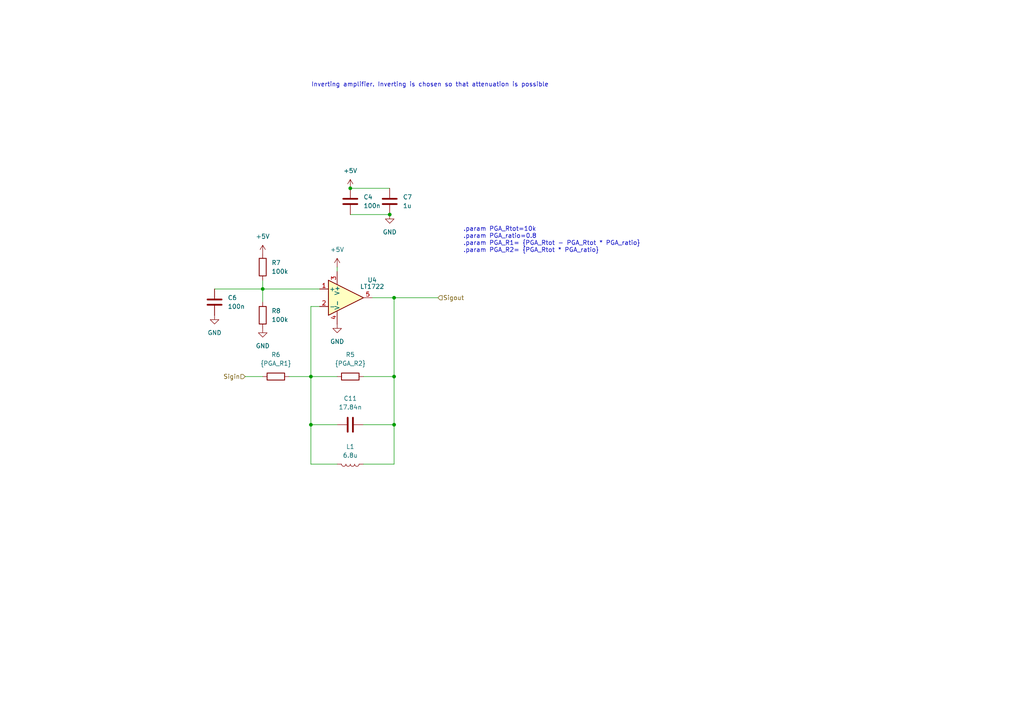
<source format=kicad_sch>
(kicad_sch (version 20250114) (generator "eeschema") (generator_version "9.0")
  (paper "A4")
  (lib_symbols
    (symbol "Device:C" (pin_numbers (hide yes)) (pin_names (offset 0.254))
      (property "Reference" "C" (at 0.635 2.54 0))
      (property "Value" "C" (at 0.635 -2.54 0))
      (symbol "C_0_1"
        (polyline (pts (xy -2.032 0.762) (xy 2.032 0.762)) (stroke (width 0.508)))
        (polyline (pts (xy -2.032 -0.762) (xy 2.032 -0.762)) (stroke (width 0.508)))
      )
      (symbol "C_1_1"
        (pin passive line (at 0 3.81 270) (length 2.794) (name "~") (number "1"))
        (pin passive line (at 0 -3.81 90) (length 2.794) (name "~") (number "2"))
      )
    )
    (symbol "Device:L" (pin_numbers (hide yes)) (pin_names (offset 1.016) (hide yes))
      (property "Reference" "L" (at -1.27 0 90))
      (property "Value" "L" (at 1.905 0 90))
      (symbol "L_0_1"
        (arc (start 0 2.54) (mid 0.6323 1.905) (end 0 1.27))
        (arc (start 0 1.27) (mid 0.6323 0.635) (end 0 0))
        (arc (start 0 0) (mid 0.6323 -0.635) (end 0 -1.27))
        (arc (start 0 -1.27) (mid 0.6323 -1.905) (end 0 -2.54))
      )
      (symbol "L_1_1"
        (pin passive line (at 0 3.81 270) (length 1.27) (name "1") (number "1"))
        (pin passive line (at 0 -3.81 90) (length 1.27) (name "2") (number "2"))
      )
    )
    (symbol "Device:R" (pin_numbers (hide yes)) (pin_names (offset 0))
      (property "Reference" "R" (at 2.032 0 90))
      (property "Value" "R" (at 0 0 90))
      (symbol "R_0_1"
        (rectangle (start -1.016 -2.54) (end 1.016 2.54) (stroke (width 0.254)))
      )
      (symbol "R_1_1"
        (pin passive line (at 0 3.81 270) (length 1.27) (name "~") (number "1"))
        (pin passive line (at 0 -3.81 90) (length 1.27) (name "~") (number "2"))
      )
    )
    (symbol "Simulation_SPICE:OPAMP" (pin_names (offset 0.254))
      (property "Reference" "U" (at 3.81 3.175 0))
      (property "Value" "${SIM.PARAMS}" (at 3.81 -3.175 0))
      (symbol "OPAMP_0_1"
        (polyline (pts (xy 5.08 0) (xy -5.08 5.08) (xy -5.08 -5.08) (xy 5.08 0)) (stroke (width 0.254)) (fill (type background)))
      )
      (symbol "OPAMP_1_1"
        (pin input line (at -7.62 2.54 0) (length 2.54) (name "+") (number "1"))
        (pin input line (at -7.62 -2.54 0) (length 2.54) (name "-") (number "2"))
        (pin power_in line (at -2.54 7.62 270) (length 3.81) (name "V+") (number "3"))
        (pin power_in line (at -2.54 -7.62 90) (length 3.81) (name "V-") (number "4"))
        (pin output line (at 7.62 0 180) (length 2.54) (name "~") (number "5"))
      )
    )
    (symbol "power:+5V" (power) (pin_numbers (hide yes)) (pin_names (offset 0) (hide yes))
      (property "Value" "+5V" (at 0 3.556 0))
      (symbol "+5V_0_1"
        (polyline (pts (xy -0.762 1.27) (xy 0 2.54)))
        (polyline (pts (xy 0 2.54) (xy 0.762 1.27)))
        (polyline (pts (xy 0 0) (xy 0 2.54)))
      )
      (symbol "+5V_1_1"
        (pin power_in line (at 0 0 90) (length 0) (name "~") (number "1"))
      )
    )
    (symbol "power:GND" (power) (pin_numbers (hide yes)) (pin_names (offset 0) (hide yes))
      (property "Value" "GND" (at 0 -3.81 0))
      (symbol "GND_0_1"
        (polyline (pts (xy 0 0) (xy 0 -1.27) (xy 1.27 -1.27) (xy 0 -2.54) (xy -1.27 -1.27) (xy 0 -1.27)))
      )
      (symbol "GND_1_1"
        (pin power_in line (at 0 0 270) (length 0) (name "~") (number "1"))
      )
    )
  )
  (text ".param PGA_Rtot=10k\n.param PGA_ratio=0.8\n.param PGA_R1= {PGA_Rtot - PGA_Rtot * PGA_ratio}\n.param PGA_R2= {PGA_Rtot * PGA_ratio}" (at 134.366 69.596 0) (effects (font (size 1.27 1.27)) (justify left)))
  (text "Inverting amplifier. Inverting is chosen so that attenuation is possible" (at 124.714 24.638 0) (effects (font (size 1.27 1.27))))
  (junction (at 114.3 86.36))
  (junction (at 114.3 109.22))
  (junction (at 101.6 54.61))
  (junction (at 90.17 109.22))
  (junction (at 114.3 123.19))
  (junction (at 113.03 62.23))
  (junction (at 76.2 83.82))
  (junction (at 90.17 123.19))
  (wire (pts (xy 83.82 109.22) (xy 90.17 109.22)))
  (wire (pts (xy 90.17 109.22) (xy 97.79 109.22)))
  (wire (pts (xy 90.17 109.22) (xy 90.17 123.19)))
  (wire (pts (xy 105.41 109.22) (xy 114.3 109.22)))
  (wire (pts (xy 90.17 134.62) (xy 90.17 123.19)))
  (wire (pts (xy 90.17 88.9) (xy 90.17 109.22)))
  (wire (pts (xy 97.79 134.62) (xy 90.17 134.62)))
  (wire (pts (xy 105.41 123.19) (xy 114.3 123.19)))
  (wire (pts (xy 114.3 86.36) (xy 114.3 109.22)))
  (wire (pts (xy 107.95 86.36) (xy 114.3 86.36)))
  (wire (pts (xy 76.2 81.28) (xy 76.2 83.82)))
  (wire (pts (xy 71.12 109.22) (xy 76.2 109.22)))
  (wire (pts (xy 101.6 62.23) (xy 113.03 62.23)))
  (wire (pts (xy 114.3 86.36) (xy 127 86.36)))
  (wire (pts (xy 105.41 134.62) (xy 114.3 134.62)))
  (wire (pts (xy 114.3 134.62) (xy 114.3 123.19)))
  (wire (pts (xy 101.6 54.61) (xy 113.03 54.61)))
  (wire (pts (xy 114.3 109.22) (xy 114.3 123.19)))
  (wire (pts (xy 97.79 77.47) (xy 97.79 78.74)))
  (wire (pts (xy 62.23 83.82) (xy 76.2 83.82)))
  (wire (pts (xy 76.2 83.82) (xy 76.2 87.63)))
  (wire (pts (xy 97.79 123.19) (xy 90.17 123.19)))
  (wire (pts (xy 76.2 83.82) (xy 92.71 83.82)))
  (wire (pts (xy 90.17 88.9) (xy 92.71 88.9)))
  (hierarchical_label "Sigin" (shape input) (at 71.12 109.22 180))
  (hierarchical_label "Sigout" (shape input) (at 127 86.36 0))
  (symbol (lib_id "Device:L") (at 101.6 134.62 270) (unit 1)
    (property "Reference" "L1" (at 101.6 129.54 90))
    (property "Value" "6.8u" (at 101.6 132.08 90))
    (property "Description" "Inductor" (effects (hide yes)))
  )
  (symbol (lib_id "Device:R") (at 76.2 91.44 0) (unit 1)
    (property "Reference" "R8" (at 78.74 90.1699 0) (effects (justify left)))
    (property "Value" "100k" (at 78.74 92.7099 0) (effects (justify left)))
    (property "Description" "Resistor" (effects (hide yes)))
  )
  (symbol (lib_id "Simulation_SPICE:OPAMP") (at 100.33 86.36 0) (unit 1)
    (property "Reference" "U4" (at 107.95 81.2098 0))
    (property "Value" "LT1722" (at 107.95 83.1149 0))
    (property "Datasheet" "https://ngspice.sourceforge.io/docs/ngspice-html-manual/manual.xhtml#sec__SUBCKT_Subcircuits" (effects (hide yes)))
    (property "Description" "Operational amplifier, single" (effects (hide yes)))
    (property "Sim.Pins" "1=3 2=2 3=7 4=4 5=6" (effects (hide yes)))
    (property "Sim.Device" "SUBCKT" (effects (hide yes)))
    (property "Sim.Library" "spice_models/LinearTech.lib" (effects (hide yes)))
    (property "Sim.Name" "LT1722" (effects (hide yes)))
  )
  (symbol (lib_id "power:+5V") (at 101.6 54.61 0) (unit 1)
    (property "Reference" "#PWR010" (effects (hide yes)))
    (property "Value" "+5V" (at 101.6 49.53 0))
    (property "Description" "Power symbol creates a global label with name \"+5V\"" (effects (hide yes)))
  )
  (symbol (lib_id "Device:R") (at 80.01 109.22 90) (unit 1)
    (property "Reference" "R6" (at 80.01 102.87 90))
    (property "Value" "{PGA_R1}" (at 80.01 105.41 90))
    (property "Description" "Resistor" (effects (hide yes)))
  )
  (symbol (lib_id "Device:R") (at 101.6 109.22 90) (unit 1)
    (property "Reference" "R5" (at 101.6 102.87 90))
    (property "Value" "{PGA_R2}" (at 101.6 105.41 90))
    (property "Description" "Resistor" (effects (hide yes)))
  )
  (symbol (lib_id "power:+5V") (at 76.2 73.66 0) (unit 1)
    (property "Reference" "#PWR015" (effects (hide yes)))
    (property "Value" "+5V" (at 76.2 68.58 0))
    (property "Description" "Power symbol creates a global label with name \"+5V\"" (effects (hide yes)))
  )
  (symbol (lib_id "power:GND") (at 97.79 93.98 0) (unit 1)
    (property "Reference" "#PWR024" (effects (hide yes)))
    (property "Value" "GND" (at 97.79 99.06 0))
    (property "Description" "Power symbol creates a global label with name \"GND\" , ground" (effects (hide yes)))
  )
  (symbol (lib_id "Device:R") (at 76.2 77.47 0) (unit 1)
    (property "Reference" "R7" (at 78.74 76.1999 0) (effects (justify left)))
    (property "Value" "100k" (at 78.74 78.7399 0) (effects (justify left)))
    (property "Description" "Resistor" (effects (hide yes)))
  )
  (symbol (lib_id "power:GND") (at 113.03 62.23 0) (unit 1)
    (property "Reference" "#PWR013" (effects (hide yes)))
    (property "Value" "GND" (at 113.03 67.31 0))
    (property "Description" "Power symbol creates a global label with name \"GND\" , ground" (effects (hide yes)))
  )
  (symbol (lib_id "Device:C") (at 101.6 58.42 0) (unit 1)
    (property "Reference" "C4" (at 105.41 57.1499 0) (effects (justify left)))
    (property "Value" "100n" (at 105.41 59.6899 0) (effects (justify left)))
    (property "Description" "Unpolarized capacitor" (effects (hide yes)))
  )
  (symbol (lib_id "Device:C") (at 101.6 123.19 90) (unit 1)
    (property "Reference" "C11" (at 101.6 115.57 90))
    (property "Value" "17.84n" (at 101.6 118.11 90))
    (property "Description" "Unpolarized capacitor" (effects (hide yes)))
  )
  (symbol (lib_id "power:GND") (at 76.2 95.25 0) (unit 1)
    (property "Reference" "#PWR014" (effects (hide yes)))
    (property "Value" "GND" (at 76.2 100.33 0))
    (property "Description" "Power symbol creates a global label with name \"GND\" , ground" (effects (hide yes)))
  )
  (symbol (lib_id "Device:C") (at 113.03 58.42 0) (unit 1)
    (property "Reference" "C7" (at 116.84 57.1499 0) (effects (justify left)))
    (property "Value" "1u" (at 116.84 59.6899 0) (effects (justify left)))
    (property "Description" "Unpolarized capacitor" (effects (hide yes)))
  )
  (symbol (lib_id "Device:C") (at 62.23 87.63 0) (unit 1)
    (property "Reference" "C6" (at 66.04 86.3599 0) (effects (justify left)))
    (property "Value" "100n" (at 66.04 88.8999 0) (effects (justify left)))
    (property "Description" "Unpolarized capacitor" (effects (hide yes)))
  )
  (symbol (lib_id "power:GND") (at 62.23 91.44 0) (unit 1)
    (property "Reference" "#PWR012" (effects (hide yes)))
    (property "Value" "GND" (at 62.23 96.52 0))
    (property "Description" "Power symbol creates a global label with name \"GND\" , ground" (effects (hide yes)))
  )
  (symbol (lib_id "power:+5V") (at 97.79 77.47 0) (unit 1)
    (property "Reference" "#PWR023" (effects (hide yes)))
    (property "Value" "+5V" (at 97.79 72.39 0))
    (property "Description" "Power symbol creates a global label with name \"+5V\"" (effects (hide yes)))
  )
)
</source>
